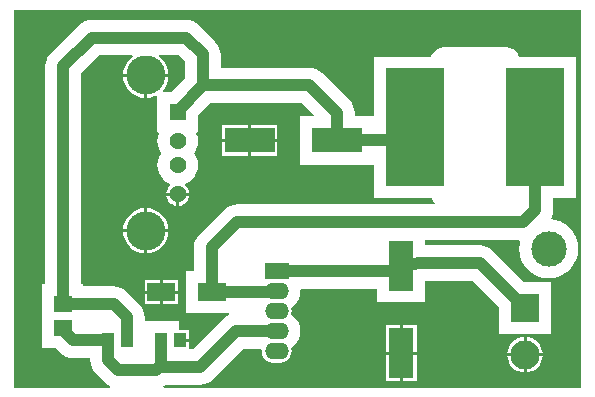
<source format=gtl>
G04*
G04 #@! TF.GenerationSoftware,Altium Limited,Altium Designer,18.0.9 (584)*
G04*
G04 Layer_Physical_Order=1*
G04 Layer_Color=255*
%FSLAX25Y25*%
%MOIN*%
G70*
G01*
G75*
%ADD10R,0.03937X0.05118*%
%ADD11R,0.19685X0.39370*%
%ADD12R,0.09173X0.06142*%
%ADD13R,0.08268X0.16535*%
%ADD14R,0.05906X0.05512*%
%ADD15R,0.16535X0.08268*%
%ADD16C,0.03937*%
%ADD17R,0.09744X0.09744*%
%ADD18C,0.09744*%
%ADD19R,0.07874X0.05512*%
%ADD20O,0.07874X0.05512*%
%ADD21R,0.05622X0.05622*%
%ADD22C,0.05622*%
%ADD23C,0.13055*%
%ADD24C,0.11811*%
G36*
X21682Y104727D02*
Y34547D01*
X22441D01*
Y33788D01*
X32579D01*
X32579Y33788D01*
X33736Y33674D01*
X34850Y33337D01*
X35875Y32788D01*
X36775Y32050D01*
X41204Y27621D01*
X41942Y26722D01*
X42490Y25696D01*
X42828Y24583D01*
X42942Y23425D01*
Y22244D01*
X54331D01*
Y19307D01*
X57693D01*
Y16248D01*
X54724D01*
Y15248D01*
X57693D01*
Y12824D01*
X58959D01*
X69139Y23003D01*
X70038Y23741D01*
X71064Y24290D01*
X70970Y24783D01*
X56791D01*
Y38799D01*
X59381D01*
Y46713D01*
X59495Y47870D01*
X59833Y48983D01*
X60381Y50009D01*
X61119Y50909D01*
X69524Y59314D01*
X70424Y60052D01*
X71450Y60601D01*
X72563Y60938D01*
X73721Y61052D01*
X139272D01*
X139518Y61552D01*
X139032Y62186D01*
X138654Y63099D01*
X119272D01*
Y73844D01*
X119193Y74311D01*
X94784D01*
Y90453D01*
X99025D01*
X99217Y90915D01*
X95377Y94755D01*
X64761D01*
X60646Y90639D01*
Y85181D01*
X60381D01*
X60124Y84752D01*
X60162Y84681D01*
X60548Y83410D01*
X60678Y82087D01*
X60548Y80764D01*
X60162Y79492D01*
X59536Y78320D01*
X59396Y78150D01*
X59536Y77980D01*
X60162Y76807D01*
X60548Y75536D01*
X60678Y74213D01*
X60548Y72890D01*
X60162Y71618D01*
X59536Y70446D01*
X58692Y69418D01*
X57665Y68575D01*
X56493Y67948D01*
X56366Y67910D01*
X56266Y67357D01*
X56616Y67088D01*
X57227Y66292D01*
X57611Y65365D01*
X57676Y64870D01*
X53898D01*
X50120D01*
X50185Y65365D01*
X50569Y66292D01*
X51180Y67088D01*
X51530Y67357D01*
X51429Y67910D01*
X51303Y67948D01*
X50130Y68575D01*
X49103Y69418D01*
X48260Y70446D01*
X47633Y71618D01*
X47247Y72890D01*
X47117Y74213D01*
X47247Y75536D01*
X47633Y76807D01*
X48260Y77980D01*
X48399Y78150D01*
X48260Y78320D01*
X47633Y79492D01*
X47247Y80764D01*
X47117Y82087D01*
X47247Y83410D01*
X47633Y84681D01*
X47671Y84752D01*
X47414Y85181D01*
X47150D01*
Y97090D01*
X46721Y97347D01*
X46123Y97027D01*
X44704Y96597D01*
X43728Y96501D01*
Y103516D01*
X50743D01*
X50647Y102540D01*
X50217Y101121D01*
X49518Y99813D01*
X48956Y99129D01*
X49170Y98677D01*
X51899D01*
X56369Y103147D01*
Y108566D01*
X54235Y110700D01*
X47721D01*
X47559Y110200D01*
X48577Y109364D01*
X49518Y108218D01*
X50217Y106910D01*
X50647Y105491D01*
X50743Y104516D01*
X43228D01*
X35714D01*
X35810Y105491D01*
X36240Y106910D01*
X36939Y108218D01*
X37880Y109364D01*
X38898Y110200D01*
X38736Y110700D01*
X27655D01*
X21682Y104727D01*
D02*
G37*
G36*
X-591Y0D02*
X31318D01*
X31444Y500D01*
X30562Y972D01*
X29662Y1709D01*
X26513Y4859D01*
X25775Y5758D01*
X25226Y6784D01*
X24889Y7897D01*
X24775Y9055D01*
Y9814D01*
X19094D01*
X17937Y9928D01*
X16824Y10266D01*
X15798Y10814D01*
X14898Y11552D01*
X13163Y13287D01*
X8661D01*
Y21161D01*
Y34547D01*
X9814D01*
Y107185D01*
X9928Y108343D01*
X10266Y109456D01*
X10814Y110482D01*
X11552Y111381D01*
X21001Y120830D01*
X21900Y121568D01*
X22926Y122116D01*
X24039Y122454D01*
X25197Y122568D01*
X56693D01*
X57851Y122454D01*
X58964Y122116D01*
X59990Y121568D01*
X60889Y120830D01*
X66499Y115220D01*
X67237Y114320D01*
X67786Y113294D01*
X68123Y112181D01*
X68237Y111024D01*
Y106623D01*
X97835D01*
X98992Y106509D01*
X100106Y106171D01*
X101131Y105623D01*
X102031Y104885D01*
X111184Y95732D01*
X111922Y94832D01*
X112471Y93806D01*
X112808Y92693D01*
X112922Y91535D01*
Y90453D01*
X119193D01*
X119272Y90920D01*
Y110343D01*
X138464D01*
X138835Y111239D01*
X139529Y112144D01*
X140434Y112838D01*
X141488Y113274D01*
X142618Y113423D01*
X163484D01*
X164615Y113274D01*
X165668Y112838D01*
X166573Y112144D01*
X167267Y111239D01*
X167639Y110343D01*
X186831D01*
Y63099D01*
X178985D01*
Y59173D01*
X178871Y58016D01*
X178533Y56902D01*
X178315Y56493D01*
X178551Y56052D01*
X179489Y55960D01*
X181344Y55397D01*
X183054Y54483D01*
X184552Y53253D01*
X185782Y51754D01*
X186696Y50045D01*
X187259Y48189D01*
X187449Y46260D01*
X187259Y44330D01*
X186696Y42475D01*
X185782Y40765D01*
X184552Y39266D01*
X183054Y38037D01*
X181344Y37122D01*
X179489Y36560D01*
X177559Y36370D01*
X175630Y36560D01*
X173774Y37122D01*
X172064Y38037D01*
X170566Y39266D01*
X169336Y40765D01*
X168422Y42475D01*
X167859Y44330D01*
X167669Y46260D01*
X167859Y48189D01*
X168039Y48782D01*
X167741Y49184D01*
X136457D01*
Y47407D01*
X154709D01*
X155866Y47293D01*
X156980Y46955D01*
X158005Y46406D01*
X158905Y45669D01*
X169268Y35305D01*
X178494D01*
Y17687D01*
X160876D01*
Y26913D01*
X152251Y35538D01*
X136457D01*
Y28362D01*
X120315D01*
Y32952D01*
X94933D01*
X94767Y32452D01*
X94792Y32193D01*
X94663Y30881D01*
X94280Y29619D01*
X93659Y28457D01*
X92822Y27437D01*
X91803Y26601D01*
X91699Y26545D01*
X91726Y26480D01*
X91855Y25500D01*
X91726Y24520D01*
X91699Y24455D01*
X91803Y24399D01*
X92822Y23563D01*
X93659Y22544D01*
X94280Y21381D01*
X94663Y20119D01*
X94792Y18807D01*
X94663Y17495D01*
X94280Y16233D01*
X93659Y15071D01*
X92822Y14052D01*
X91803Y13215D01*
X91699Y13160D01*
X91726Y13095D01*
X91855Y12114D01*
X91726Y11134D01*
X91348Y10220D01*
X90746Y9435D01*
X89961Y8833D01*
X89047Y8455D01*
X88067Y8326D01*
X85705D01*
X84724Y8455D01*
X83811Y8833D01*
X83026Y9435D01*
X82424Y10220D01*
X82046Y11134D01*
X81916Y12114D01*
X81967Y12497D01*
X81637Y12873D01*
X75793D01*
X65613Y2694D01*
X64714Y1956D01*
X63688Y1407D01*
X62575Y1070D01*
X61417Y956D01*
X49921D01*
X49068Y500D01*
X49194Y0D01*
X188386D01*
Y125984D01*
X-591D01*
Y0D01*
D02*
G37*
%LPC*%
G36*
X35714Y103516D02*
X42728D01*
Y96501D01*
X41753Y96597D01*
X40334Y97027D01*
X39026Y97727D01*
X37880Y98667D01*
X36939Y99813D01*
X36240Y101121D01*
X35810Y102540D01*
X35714Y103516D01*
D02*
G37*
G36*
X68587Y87516D02*
X77354D01*
Y82882D01*
X68587D01*
Y87516D01*
D02*
G37*
G36*
X78354D02*
X87122D01*
Y82882D01*
X78354D01*
Y87516D01*
D02*
G37*
G36*
X68587Y81882D02*
X77354D01*
Y77248D01*
X68587D01*
Y81882D01*
D02*
G37*
G36*
X78354D02*
X87122D01*
Y77248D01*
X78354D01*
Y81882D01*
D02*
G37*
G36*
X50120Y63870D02*
X53398D01*
Y60592D01*
X52903Y60657D01*
X51976Y61041D01*
X51180Y61652D01*
X50569Y62448D01*
X50185Y63375D01*
X50120Y63870D01*
D02*
G37*
G36*
X54398D02*
X57676D01*
X57611Y63375D01*
X57227Y62448D01*
X56616Y61652D01*
X55820Y61041D01*
X54892Y60657D01*
X54398Y60592D01*
Y63870D01*
D02*
G37*
G36*
X42728Y59798D02*
Y52784D01*
X35714D01*
X35810Y53759D01*
X36240Y55178D01*
X36939Y56486D01*
X37880Y57632D01*
X39026Y58573D01*
X40334Y59272D01*
X41753Y59702D01*
X42728Y59798D01*
D02*
G37*
G36*
X43728D02*
X44704Y59702D01*
X46123Y59272D01*
X47431Y58573D01*
X48577Y57632D01*
X49518Y56486D01*
X50217Y55178D01*
X50647Y53759D01*
X50743Y52784D01*
X43728D01*
Y59798D01*
D02*
G37*
G36*
X35714Y51784D02*
X42728D01*
Y44769D01*
X41753Y44865D01*
X40334Y45295D01*
X39026Y45994D01*
X37880Y46935D01*
X36939Y48081D01*
X36240Y49389D01*
X35810Y50808D01*
X35714Y51784D01*
D02*
G37*
G36*
X43728D02*
X50743D01*
X50647Y50808D01*
X50217Y49389D01*
X49518Y48081D01*
X48577Y46935D01*
X47431Y45994D01*
X46123Y45295D01*
X44704Y44865D01*
X43728Y44769D01*
Y51784D01*
D02*
G37*
G36*
X42878Y35862D02*
X47965D01*
Y32291D01*
X42878D01*
Y35862D01*
D02*
G37*
G36*
X48965D02*
X54051D01*
Y32291D01*
X48965D01*
Y35862D01*
D02*
G37*
G36*
X42878Y31291D02*
X47965D01*
Y27720D01*
X42878D01*
Y31291D01*
D02*
G37*
G36*
X48965D02*
X54051D01*
Y27720D01*
X48965D01*
Y31291D01*
D02*
G37*
G36*
X123252Y20701D02*
X127886D01*
Y11933D01*
X123252D01*
Y20701D01*
D02*
G37*
G36*
X128886D02*
X133520D01*
Y11933D01*
X128886D01*
Y20701D01*
D02*
G37*
G36*
X169185Y16757D02*
Y11406D01*
X163834D01*
X163898Y12057D01*
X164234Y13163D01*
X164779Y14184D01*
X165513Y15078D01*
X166407Y15811D01*
X167427Y16357D01*
X168534Y16693D01*
X169185Y16757D01*
D02*
G37*
G36*
X170185D02*
X170836Y16693D01*
X171943Y16357D01*
X172963Y15811D01*
X173857Y15078D01*
X174591Y14184D01*
X175136Y13163D01*
X175472Y12057D01*
X175536Y11406D01*
X170185D01*
Y16757D01*
D02*
G37*
G36*
X163834Y10406D02*
X169185D01*
Y5054D01*
X168534Y5118D01*
X167427Y5454D01*
X166407Y5999D01*
X165513Y6733D01*
X164779Y7627D01*
X164234Y8647D01*
X163898Y9754D01*
X163834Y10406D01*
D02*
G37*
G36*
X170185D02*
X175536D01*
X175472Y9754D01*
X175136Y8647D01*
X174591Y7627D01*
X173857Y6733D01*
X172963Y5999D01*
X171943Y5454D01*
X170836Y5118D01*
X170185Y5054D01*
Y10406D01*
D02*
G37*
G36*
X123252Y10933D02*
X127886D01*
Y2165D01*
X123252D01*
Y10933D01*
D02*
G37*
G36*
X128886D02*
X133520D01*
Y2165D01*
X128886D01*
Y10933D01*
D02*
G37*
%LPD*%
D10*
X30709Y15748D02*
D03*
X37008D02*
D03*
X48425D02*
D03*
X54724D02*
D03*
D11*
X173051Y86721D02*
D03*
X133051D02*
D03*
D12*
X65315Y31791D02*
D03*
X48465D02*
D03*
D13*
X128386Y40567D02*
D03*
Y11433D02*
D03*
D14*
X15551Y27854D02*
D03*
Y19980D02*
D03*
D15*
X106988Y82382D02*
D03*
X77854D02*
D03*
D16*
X128462Y40213D02*
X128386Y40197D01*
X134291Y41472D02*
X128462Y40213D01*
X169685Y26496D02*
X154709Y41472D01*
X86886Y18807D02*
X73335D01*
X61417Y6890D01*
X48622D01*
X48425Y7677D02*
Y15748D01*
Y7677D02*
X46654Y5906D01*
X33858D01*
X30709Y9055D01*
Y15748D01*
X37008D02*
Y23425D01*
X32579Y27854D01*
X15748D01*
X30709Y15748D02*
X19094D01*
X15551Y19291D01*
Y19980D01*
X15748Y27854D02*
Y107185D01*
X25197Y116634D02*
X15748Y107185D01*
X56693Y116634D02*
X25197D01*
X62303Y111024D02*
X56693Y116634D01*
X62303Y100689D02*
Y111024D01*
X106988Y82382D02*
Y91535D01*
X97835Y100689D01*
X62303D01*
X53898Y92283D01*
Y91929D02*
Y92283D01*
X133051Y86721D02*
X128712Y82382D01*
X106988D01*
X173051Y59173D02*
Y85146D01*
Y59173D02*
X168996Y55118D01*
X73721D01*
X65315Y46713D01*
Y31791D02*
Y46713D01*
X86484Y31791D02*
X65315D01*
X128386Y40197D02*
X127075Y38886D01*
X86886D01*
X154709Y41472D02*
X134291D01*
D17*
X169685Y26496D02*
D03*
D18*
Y10905D02*
D03*
D19*
X86886Y38886D02*
D03*
D20*
Y32193D02*
D03*
Y25500D02*
D03*
Y18807D02*
D03*
Y12114D02*
D03*
D21*
X53898Y91929D02*
D03*
D22*
Y82087D02*
D03*
Y74213D02*
D03*
Y64370D02*
D03*
D23*
X43228Y104016D02*
D03*
Y52284D02*
D03*
D24*
X177559Y46260D02*
D03*
M02*

</source>
